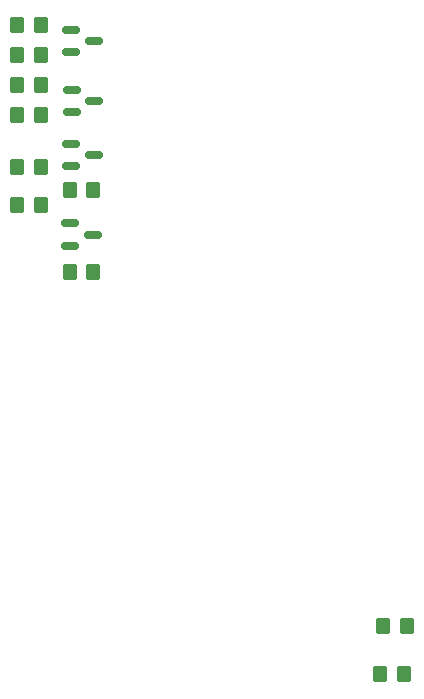
<source format=gbr>
%TF.GenerationSoftware,KiCad,Pcbnew,8.0.2-1*%
%TF.CreationDate,2024-10-23T15:46:43-04:00*%
%TF.ProjectId,Airbrake_ComputeBoard,41697262-7261-46b6-955f-436f6d707574,rev?*%
%TF.SameCoordinates,Original*%
%TF.FileFunction,Paste,Top*%
%TF.FilePolarity,Positive*%
%FSLAX46Y46*%
G04 Gerber Fmt 4.6, Leading zero omitted, Abs format (unit mm)*
G04 Created by KiCad (PCBNEW 8.0.2-1) date 2024-10-23 15:46:43*
%MOMM*%
%LPD*%
G01*
G04 APERTURE LIST*
G04 Aperture macros list*
%AMRoundRect*
0 Rectangle with rounded corners*
0 $1 Rounding radius*
0 $2 $3 $4 $5 $6 $7 $8 $9 X,Y pos of 4 corners*
0 Add a 4 corners polygon primitive as box body*
4,1,4,$2,$3,$4,$5,$6,$7,$8,$9,$2,$3,0*
0 Add four circle primitives for the rounded corners*
1,1,$1+$1,$2,$3*
1,1,$1+$1,$4,$5*
1,1,$1+$1,$6,$7*
1,1,$1+$1,$8,$9*
0 Add four rect primitives between the rounded corners*
20,1,$1+$1,$2,$3,$4,$5,0*
20,1,$1+$1,$4,$5,$6,$7,0*
20,1,$1+$1,$6,$7,$8,$9,0*
20,1,$1+$1,$8,$9,$2,$3,0*%
G04 Aperture macros list end*
%ADD10RoundRect,0.250000X-0.350000X-0.450000X0.350000X-0.450000X0.350000X0.450000X-0.350000X0.450000X0*%
%ADD11RoundRect,0.250000X0.350000X0.450000X-0.350000X0.450000X-0.350000X-0.450000X0.350000X-0.450000X0*%
%ADD12RoundRect,0.150000X-0.587500X-0.150000X0.587500X-0.150000X0.587500X0.150000X-0.587500X0.150000X0*%
G04 APERTURE END LIST*
D10*
%TO.C,R9*%
X145050000Y-73025000D03*
X147050000Y-73025000D03*
%TD*%
D11*
%TO.C,R2*%
X177800000Y-125476000D03*
X175800000Y-125476000D03*
%TD*%
D10*
%TO.C,R10*%
X145050000Y-70485000D03*
X147050000Y-70485000D03*
%TD*%
%TO.C,R7*%
X145050000Y-78105000D03*
X147050000Y-78105000D03*
%TD*%
D12*
%TO.C,Q4*%
X149636000Y-72832000D03*
X151511000Y-71882000D03*
X149636000Y-70932000D03*
%TD*%
D10*
%TO.C,R8*%
X145050000Y-75565000D03*
X147050000Y-75565000D03*
%TD*%
D12*
%TO.C,Q3*%
X149714500Y-77912000D03*
X151589500Y-76962000D03*
X149714500Y-76012000D03*
%TD*%
D11*
%TO.C,R1*%
X178054000Y-121412000D03*
X176054000Y-121412000D03*
%TD*%
D12*
%TO.C,Q1*%
X149557500Y-89215000D03*
X151432500Y-88265000D03*
X149557500Y-87315000D03*
%TD*%
D10*
%TO.C,R6*%
X145050000Y-82550000D03*
X147050000Y-82550000D03*
%TD*%
%TO.C,R4*%
X145050000Y-85725000D03*
X147050000Y-85725000D03*
%TD*%
D11*
%TO.C,R3*%
X151495000Y-91440000D03*
X149495000Y-91440000D03*
%TD*%
%TO.C,R5*%
X151495000Y-84455000D03*
X149495000Y-84455000D03*
%TD*%
D12*
%TO.C,Q2*%
X149636000Y-82484000D03*
X151511000Y-81534000D03*
X149636000Y-80584000D03*
%TD*%
M02*

</source>
